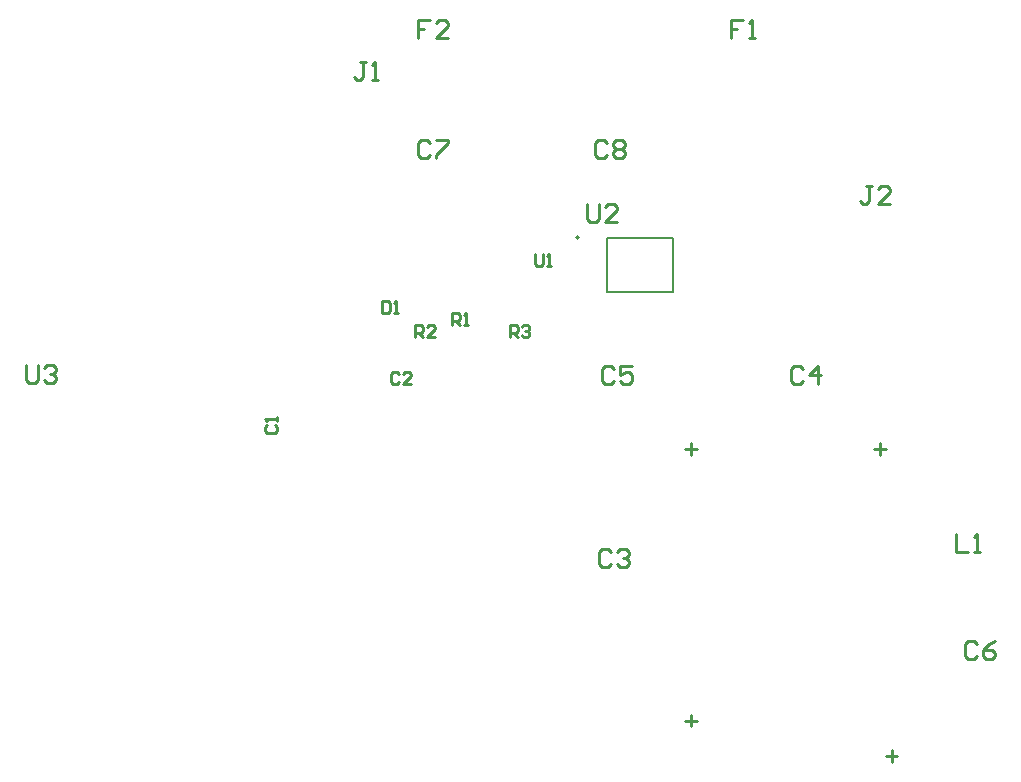
<source format=gto>
G04*
G04 #@! TF.GenerationSoftware,Altium Limited,Altium Designer,20.0.10 (225)*
G04*
G04 Layer_Color=65535*
%FSLAX24Y24*%
%MOIN*%
G70*
G01*
G75*
%ADD10C,0.0050*%
%ADD11C,0.0100*%
%ADD12C,0.0079*%
D10*
X50396Y35391D02*
G03*
X50396Y35391I-39J0D01*
G01*
D11*
X60630Y18110D02*
X61024D01*
X60827D02*
Y18307D01*
Y17913D02*
X60827Y17913D01*
X60827Y17913D02*
Y18110D01*
X61024D01*
X54134Y19291D02*
X54134Y19291D01*
Y19488D01*
X54134Y19094D02*
Y19291D01*
X53937D02*
X54331D01*
X53937Y28346D02*
X54331D01*
X54134Y28150D02*
Y28543D01*
X60236Y28346D02*
X60630D01*
X60433Y28150D02*
Y28543D01*
X60160Y37093D02*
X59960D01*
X60060D01*
Y36593D01*
X59960Y36493D01*
X59860D01*
X59760Y36593D01*
X60760Y36493D02*
X60360D01*
X60760Y36893D01*
Y36993D01*
X60660Y37093D01*
X60460D01*
X60360Y36993D01*
X55869Y42632D02*
X55469D01*
Y42333D01*
X55669D01*
X55469D01*
Y42033D01*
X56068D02*
X56268D01*
X56168D01*
Y42632D01*
X56068Y42532D01*
X45431Y42636D02*
X45031D01*
Y42336D01*
X45231D01*
X45031D01*
Y42036D01*
X46031D02*
X45631D01*
X46031Y42436D01*
Y42536D01*
X45931Y42636D01*
X45731D01*
X45631Y42536D01*
X51341Y38540D02*
X51241Y38640D01*
X51041D01*
X50942Y38540D01*
Y38140D01*
X51041Y38040D01*
X51241D01*
X51341Y38140D01*
X51541Y38540D02*
X51641Y38640D01*
X51841D01*
X51941Y38540D01*
Y38440D01*
X51841Y38340D01*
X51941Y38240D01*
Y38140D01*
X51841Y38040D01*
X51641D01*
X51541Y38140D01*
Y38240D01*
X51641Y38340D01*
X51541Y38440D01*
Y38540D01*
X51641Y38340D02*
X51841D01*
X45434Y38537D02*
X45334Y38637D01*
X45134D01*
X45034Y38537D01*
Y38137D01*
X45134Y38037D01*
X45334D01*
X45434Y38137D01*
X45634Y38637D02*
X46033D01*
Y38537D01*
X45634Y38137D01*
Y38037D01*
X43307Y41245D02*
X43107D01*
X43207D01*
Y40745D01*
X43107Y40645D01*
X43007D01*
X42907Y40745D01*
X43507Y40645D02*
X43707D01*
X43607D01*
Y41245D01*
X43507Y41145D01*
X62986Y25497D02*
Y24897D01*
X63386D01*
X63586D02*
X63786D01*
X63686D01*
Y25497D01*
X63586Y25397D01*
X31969Y31139D02*
Y30639D01*
X32069Y30539D01*
X32269D01*
X32369Y30639D01*
Y31139D01*
X32569Y31039D02*
X32669Y31139D01*
X32869D01*
X32969Y31039D01*
Y30939D01*
X32869Y30839D01*
X32769D01*
X32869D01*
X32969Y30739D01*
Y30639D01*
X32869Y30539D01*
X32669D01*
X32569Y30639D01*
X63680Y21853D02*
X63580Y21953D01*
X63380D01*
X63280Y21853D01*
Y21454D01*
X63380Y21354D01*
X63580D01*
X63680Y21454D01*
X64279Y21953D02*
X64079Y21853D01*
X63879Y21654D01*
Y21454D01*
X63979Y21354D01*
X64179D01*
X64279Y21454D01*
Y21554D01*
X64179Y21654D01*
X63879D01*
X51582Y31012D02*
X51482Y31112D01*
X51282D01*
X51182Y31012D01*
Y30612D01*
X51282Y30512D01*
X51482D01*
X51582Y30612D01*
X52182Y31112D02*
X51782D01*
Y30812D01*
X51982Y30912D01*
X52082D01*
X52182Y30812D01*
Y30612D01*
X52082Y30512D01*
X51882D01*
X51782Y30612D01*
X57878Y31015D02*
X57778Y31115D01*
X57578D01*
X57478Y31015D01*
Y30615D01*
X57578Y30515D01*
X57778D01*
X57878Y30615D01*
X58378Y30515D02*
Y31115D01*
X58078Y30815D01*
X58478D01*
X51481Y24914D02*
X51381Y25014D01*
X51181D01*
X51082Y24914D01*
Y24514D01*
X51181Y24414D01*
X51381D01*
X51481Y24514D01*
X51681Y24914D02*
X51781Y25014D01*
X51981D01*
X52081Y24914D01*
Y24814D01*
X51981Y24714D01*
X51881D01*
X51981D01*
X52081Y24614D01*
Y24514D01*
X51981Y24414D01*
X51781D01*
X51681Y24514D01*
X50681Y36520D02*
Y36021D01*
X50781Y35921D01*
X50981D01*
X51081Y36021D01*
Y36520D01*
X51681Y35921D02*
X51281D01*
X51681Y36320D01*
Y36420D01*
X51581Y36520D01*
X51381D01*
X51281Y36420D01*
X46190Y32477D02*
Y32877D01*
X46390D01*
X46457Y32810D01*
Y32677D01*
X46390Y32611D01*
X46190D01*
X46323D02*
X46457Y32477D01*
X46590D02*
X46723D01*
X46657D01*
Y32877D01*
X46590Y32810D01*
X48092Y32084D02*
Y32483D01*
X48292D01*
X48359Y32417D01*
Y32283D01*
X48292Y32217D01*
X48092D01*
X48225D02*
X48359Y32084D01*
X48492Y32417D02*
X48558Y32483D01*
X48692D01*
X48758Y32417D01*
Y32350D01*
X48692Y32283D01*
X48625D01*
X48692D01*
X48758Y32217D01*
Y32150D01*
X48692Y32084D01*
X48558D01*
X48492Y32150D01*
X44942Y32084D02*
Y32483D01*
X45142D01*
X45209Y32417D01*
Y32283D01*
X45142Y32217D01*
X44942D01*
X45076D02*
X45209Y32084D01*
X45609D02*
X45342D01*
X45609Y32350D01*
Y32417D01*
X45542Y32483D01*
X45409D01*
X45342Y32417D01*
X43828Y33271D02*
Y32871D01*
X44028D01*
X44094Y32938D01*
Y33204D01*
X44028Y33271D01*
X43828D01*
X44228Y32871D02*
X44361D01*
X44294D01*
Y33271D01*
X44228Y33204D01*
X44422Y30842D02*
X44355Y30909D01*
X44222D01*
X44155Y30842D01*
Y30575D01*
X44222Y30509D01*
X44355D01*
X44422Y30575D01*
X44821Y30509D02*
X44555D01*
X44821Y30775D01*
Y30842D01*
X44755Y30909D01*
X44621D01*
X44555Y30842D01*
X48946Y34846D02*
Y34512D01*
X49013Y34446D01*
X49146D01*
X49213Y34512D01*
Y34846D01*
X49346Y34446D02*
X49479D01*
X49413D01*
Y34846D01*
X49346Y34779D01*
X40024Y29134D02*
X39958Y29067D01*
Y28934D01*
X40024Y28867D01*
X40291D01*
X40357Y28934D01*
Y29067D01*
X40291Y29134D01*
X40357Y29267D02*
Y29400D01*
Y29334D01*
X39958D01*
X40024Y29267D01*
D12*
X51330Y35379D02*
X53535D01*
Y33572D02*
Y35375D01*
X51330Y33572D02*
X53535D01*
X51330D02*
Y35375D01*
M02*

</source>
